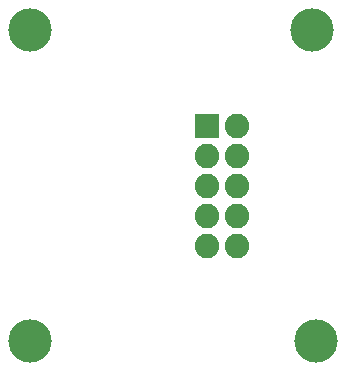
<source format=gbr>
G04 #@! TF.FileFunction,Soldermask,Top*
%FSLAX46Y46*%
G04 Gerber Fmt 4.6, Leading zero omitted, Abs format (unit mm)*
G04 Created by KiCad (PCBNEW 4.0.6) date 03/10/20 09:40:22*
%MOMM*%
%LPD*%
G01*
G04 APERTURE LIST*
%ADD10C,0.100000*%
%ADD11C,3.663900*%
%ADD12R,2.082800X2.082800*%
%ADD13C,2.082800*%
G04 APERTURE END LIST*
D10*
D11*
X124383800Y-93091000D03*
X124104400Y-66751200D03*
X100199776Y-93091000D03*
X100199576Y-66751200D03*
D12*
X115234860Y-74841100D03*
D13*
X117774860Y-74841100D03*
X115234860Y-77381100D03*
X117774860Y-77381100D03*
X115234860Y-79921100D03*
X117774860Y-79921100D03*
X115234860Y-82461100D03*
X117774860Y-82461100D03*
X115234860Y-85001100D03*
X117774860Y-85001100D03*
M02*

</source>
